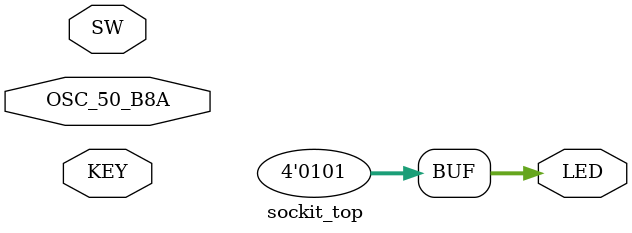
<source format=v>
module sockit_top (
    input  OSC_50_B8A,

    input  [3:0] KEY,
    input  [3:0] SW,
    output [3:0] LED
);

assign LED = 4'b0101;

endmodule

</source>
